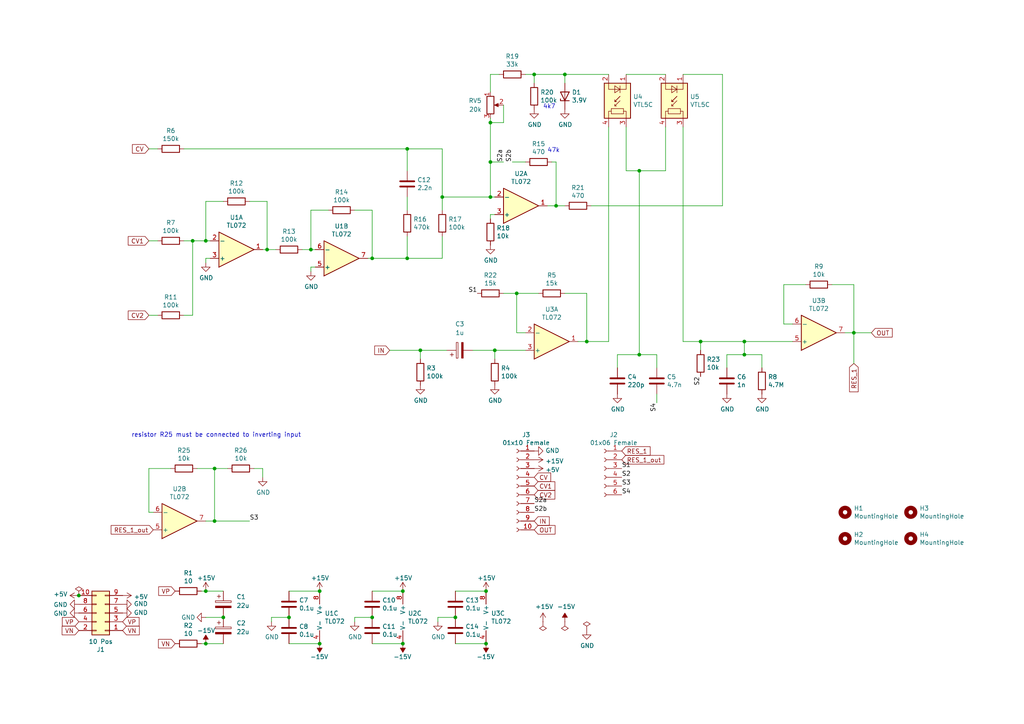
<source format=kicad_sch>
(kicad_sch (version 20230121) (generator eeschema)
  (paper "A4")
  (title_block (title "tiefpass") (date "2021-08-15") (rev "R01") (comment 1 "schema for main circuit") (comment 2 "LPG design by Don Buchla") (comment 4 "License CC BY 4.0 - Attribution 4.0 International"))
  (lib_symbols
    (symbol "Amplifier_Operational:TL072" (pin_names (offset 0.127))
      (property "Reference" "U" (at 0 5.08 0))
      (property "Value" "TL072" (at 0 -5.08 0))
      (symbol "TL072_1_1"
        (polyline (pts (xy -5.08 5.08) (xy 5.08 0) (xy -5.08 -5.08) (xy -5.08 5.08)) (stroke (width 0.254)) (fill (type background)))
        (pin output line (at 7.62 0 180) (length 2.54) (name "~") (number "1"))
        (pin input line (at -7.62 -2.54 0) (length 2.54) (name "-") (number "2"))
        (pin input line (at -7.62 2.54 0) (length 2.54) (name "+") (number "3"))
      )
      (symbol "TL072_2_1"
        (polyline (pts (xy -5.08 5.08) (xy 5.08 0) (xy -5.08 -5.08) (xy -5.08 5.08)) (stroke (width 0.254)) (fill (type background)))
        (pin input line (at -7.62 2.54 0) (length 2.54) (name "+") (number "5"))
        (pin input line (at -7.62 -2.54 0) (length 2.54) (name "-") (number "6"))
        (pin output line (at 7.62 0 180) (length 2.54) (name "~") (number "7"))
      )
      (symbol "TL072_3_1"
        (pin power_in line (at -2.54 -7.62 90) (length 3.81) (name "V-") (number "4"))
        (pin power_in line (at -2.54 7.62 270) (length 3.81) (name "V+") (number "8"))
      )
    )
    (symbol "Connector:Conn_01x06_Female" (pin_names (offset 1.016) hide)
      (property "Reference" "J" (at 0 7.62 0))
      (property "Value" "Conn_01x06_Female" (at 0 -10.16 0))
      (symbol "Conn_01x06_Female_1_1"
        (arc (start 0 -7.112) (mid -0.5058 -7.62) (end 0 -8.128) (stroke (width 0.1524)))
        (arc (start 0 -4.572) (mid -0.5058 -5.08) (end 0 -5.588) (stroke (width 0.1524)))
        (arc (start 0 -2.032) (mid -0.5058 -2.54) (end 0 -3.048) (stroke (width 0.1524)))
        (polyline (pts (xy -1.27 -7.62) (xy -0.508 -7.62)) (stroke (width 0.1524)))
        (polyline (pts (xy -1.27 -5.08) (xy -0.508 -5.08)) (stroke (width 0.1524)))
        (polyline (pts (xy -1.27 -2.54) (xy -0.508 -2.54)) (stroke (width 0.1524)))
        (polyline (pts (xy -1.27 0) (xy -0.508 0)) (stroke (width 0.1524)))
        (polyline (pts (xy -1.27 2.54) (xy -0.508 2.54)) (stroke (width 0.1524)))
        (polyline (pts (xy -1.27 5.08) (xy -0.508 5.08)) (stroke (width 0.1524)))
        (arc (start 0 0.508) (mid -0.5058 0) (end 0 -0.508) (stroke (width 0.1524)))
        (arc (start 0 3.048) (mid -0.5058 2.54) (end 0 2.032) (stroke (width 0.1524)))
        (arc (start 0 5.588) (mid -0.5058 5.08) (end 0 4.572) (stroke (width 0.1524)))
        (pin passive line (at -5.08 5.08 0) (length 3.81) (name "Pin_1") (number "1"))
        (pin passive line (at -5.08 2.54 0) (length 3.81) (name "Pin_2") (number "2"))
        (pin passive line (at -5.08 0 0) (length 3.81) (name "Pin_3") (number "3"))
        (pin passive line (at -5.08 -2.54 0) (length 3.81) (name "Pin_4") (number "4"))
        (pin passive line (at -5.08 -5.08 0) (length 3.81) (name "Pin_5") (number "5"))
        (pin passive line (at -5.08 -7.62 0) (length 3.81) (name "Pin_6") (number "6"))
      )
    )
    (symbol "Connector:Conn_01x10_Female" (pin_names (offset 1.016) hide)
      (property "Reference" "J" (at 0 12.7 0))
      (property "Value" "Conn_01x10_Female" (at 0 -15.24 0))
      (symbol "Conn_01x10_Female_1_1"
        (arc (start 0 -12.192) (mid -0.5058 -12.7) (end 0 -13.208) (stroke (width 0.1524)))
        (arc (start 0 -9.652) (mid -0.5058 -10.16) (end 0 -10.668) (stroke (width 0.1524)))
        (arc (start 0 -7.112) (mid -0.5058 -7.62) (end 0 -8.128) (stroke (width 0.1524)))
        (arc (start 0 -4.572) (mid -0.5058 -5.08) (end 0 -5.588) (stroke (width 0.1524)))
        (arc (start 0 -2.032) (mid -0.5058 -2.54) (end 0 -3.048) (stroke (width 0.1524)))
        (polyline (pts (xy -1.27 -12.7) (xy -0.508 -12.7)) (stroke (width 0.1524)))
        (polyline (pts (xy -1.27 -10.16) (xy -0.508 -10.16)) (stroke (width 0.1524)))
        (polyline (pts (xy -1.27 -7.62) (xy -0.508 -7.62)) (stroke (width 0.1524)))
        (polyline (pts (xy -1.27 -5.08) (xy -0.508 -5.08)) (stroke (width 0.1524)))
        (polyline (pts (xy -1.27 -2.54) (xy -0.508 -2.54)) (stroke (width 0.1524)))
        (polyline (pts (xy -1.27 0) (xy -0.508 0)) (stroke (width 0.1524)))
        (polyline (pts (xy -1.27 2.54) (xy -0.508 2.54)) (stroke (width 0.1524)))
        (polyline (pts (xy -1.27 5.08) (xy -0.508 5.08)) (stroke (width 0.1524)))
        (polyline (pts (xy -1.27 7.62) (xy -0.508 7.62)) (stroke (width 0.1524)))
        (polyline (pts (xy -1.27 10.16) (xy -0.508 10.16)) (stroke (width 0.1524)))
        (arc (start 0 0.508) (mid -0.5058 0) (end 0 -0.508) (stroke (width 0.1524)))
        (arc (start 0 3.048) (mid -0.5058 2.54) (end 0 2.032) (stroke (width 0.1524)))
        (arc (start 0 5.588) (mid -0.5058 5.08) (end 0 4.572) (stroke (width 0.1524)))
        (arc (start 0 8.128) (mid -0.5058 7.62) (end 0 7.112) (stroke (width 0.1524)))
        (arc (start 0 10.668) (mid -0.5058 10.16) (end 0 9.652) (stroke (width 0.1524)))
        (pin passive line (at -5.08 10.16 0) (length 3.81) (name "Pin_1") (number "1"))
        (pin passive line (at -5.08 -12.7 0) (length 3.81) (name "Pin_10") (number "10"))
        (pin passive line (at -5.08 7.62 0) (length 3.81) (name "Pin_2") (number "2"))
        (pin passive line (at -5.08 5.08 0) (length 3.81) (name "Pin_3") (number "3"))
        (pin passive line (at -5.08 2.54 0) (length 3.81) (name "Pin_4") (number "4"))
        (pin passive line (at -5.08 0 0) (length 3.81) (name "Pin_5") (number "5"))
        (pin passive line (at -5.08 -2.54 0) (length 3.81) (name "Pin_6") (number "6"))
        (pin passive line (at -5.08 -5.08 0) (length 3.81) (name "Pin_7") (number "7"))
        (pin passive line (at -5.08 -7.62 0) (length 3.81) (name "Pin_8") (number "8"))
        (pin passive line (at -5.08 -10.16 0) (length 3.81) (name "Pin_9") (number "9"))
      )
    )
    (symbol "Connector_Generic:Conn_02x05_Odd_Even" (pin_names (offset 1.016) hide)
      (property "Reference" "J" (at 1.27 7.62 0))
      (property "Value" "Conn_02x05_Odd_Even" (at 1.27 -7.62 0))
      (symbol "Conn_02x05_Odd_Even_1_1"
        (rectangle (start -1.27 -4.953) (end 0 -5.207) (stroke (width 0.1524)))
        (rectangle (start -1.27 -2.413) (end 0 -2.667) (stroke (width 0.1524)))
        (rectangle (start -1.27 0.127) (end 0 -0.127) (stroke (width 0.1524)))
        (rectangle (start -1.27 2.667) (end 0 2.413) (stroke (width 0.1524)))
        (rectangle (start -1.27 5.207) (end 0 4.953) (stroke (width 0.1524)))
        (rectangle (start -1.27 6.35) (end 3.81 -6.35) (stroke (width 0.254)) (fill (type background)))
        (rectangle (start 3.81 -4.953) (end 2.54 -5.207) (stroke (width 0.1524)))
        (rectangle (start 3.81 -2.413) (end 2.54 -2.667) (stroke (width 0.1524)))
        (rectangle (start 3.81 0.127) (end 2.54 -0.127) (stroke (width 0.1524)))
        (rectangle (start 3.81 2.667) (end 2.54 2.413) (stroke (width 0.1524)))
        (rectangle (start 3.81 5.207) (end 2.54 4.953) (stroke (width 0.1524)))
        (pin passive line (at -5.08 5.08 0) (length 3.81) (name "Pin_1") (number "1"))
        (pin passive line (at 7.62 -5.08 180) (length 3.81) (name "Pin_10") (number "10"))
        (pin passive line (at 7.62 5.08 180) (length 3.81) (name "Pin_2") (number "2"))
        (pin passive line (at -5.08 2.54 0) (length 3.81) (name "Pin_3") (number "3"))
        (pin passive line (at 7.62 2.54 180) (length 3.81) (name "Pin_4") (number "4"))
        (pin passive line (at -5.08 0 0) (length 3.81) (name "Pin_5") (number "5"))
        (pin passive line (at 7.62 0 180) (length 3.81) (name "Pin_6") (number "6"))
        (pin passive line (at -5.08 -2.54 0) (length 3.81) (name "Pin_7") (number "7"))
        (pin passive line (at 7.62 -2.54 180) (length 3.81) (name "Pin_8") (number "8"))
        (pin passive line (at -5.08 -5.08 0) (length 3.81) (name "Pin_9") (number "9"))
      )
    )
    (symbol "Device:C" (pin_numbers hide) (pin_names (offset 0.254))
      (property "Reference" "C" (at 0.635 2.54 0))
      (property "Value" "C" (at 0.635 -2.54 0))
      (symbol "C_0_1"
        (polyline (pts (xy -2.032 -0.762) (xy 2.032 -0.762)) (stroke (width 0.508)))
        (polyline (pts (xy -2.032 0.762) (xy 2.032 0.762)) (stroke (width 0.508)))
      )
      (symbol "C_1_1"
        (pin passive line (at 0 3.81 270) (length 2.794) (name "~") (number "1"))
        (pin passive line (at 0 -3.81 90) (length 2.794) (name "~") (number "2"))
      )
    )
    (symbol "Device:C_Polarized" (pin_numbers hide) (pin_names (offset 0.254))
      (property "Reference" "C" (at 0.635 2.54 0))
      (property "Value" "C_Polarized" (at 0.635 -2.54 0))
      (symbol "C_Polarized_0_1"
        (rectangle (start -2.286 0.508) (end 2.286 1.016))
        (polyline (pts (xy -1.778 2.286) (xy -0.762 2.286)))
        (polyline (pts (xy -1.27 2.794) (xy -1.27 1.778)))
        (rectangle (start 2.286 -0.508) (end -2.286 -1.016) (fill (type outline)))
      )
      (symbol "C_Polarized_1_1"
        (pin passive line (at 0 3.81 270) (length 2.794) (name "~") (number "1"))
        (pin passive line (at 0 -3.81 90) (length 2.794) (name "~") (number "2"))
      )
    )
    (symbol "Device:D_Zener" (pin_numbers hide) (pin_names (offset 1.016) hide)
      (property "Reference" "D" (at 0 2.54 0))
      (property "Value" "D_Zener" (at 0 -2.54 0))
      (symbol "D_Zener_0_1"
        (polyline (pts (xy 1.27 0) (xy -1.27 0)))
        (polyline (pts (xy -1.27 -1.27) (xy -1.27 1.27) (xy -0.762 1.27)) (stroke (width 0.254)))
        (polyline (pts (xy 1.27 -1.27) (xy 1.27 1.27) (xy -1.27 0) (xy 1.27 -1.27)) (stroke (width 0.254)))
      )
      (symbol "D_Zener_1_1"
        (pin passive line (at -3.81 0 0) (length 2.54) (name "K") (number "1"))
        (pin passive line (at 3.81 0 180) (length 2.54) (name "A") (number "2"))
      )
    )
    (symbol "Device:R" (pin_numbers hide) (pin_names (offset 0))
      (property "Reference" "R" (at 2.032 0 90))
      (property "Value" "R" (at 0 0 90))
      (symbol "R_0_1"
        (rectangle (start -1.016 -2.54) (end 1.016 2.54) (stroke (width 0.254)))
      )
      (symbol "R_1_1"
        (pin passive line (at 0 3.81 270) (length 1.27) (name "~") (number "1"))
        (pin passive line (at 0 -3.81 90) (length 1.27) (name "~") (number "2"))
      )
    )
    (symbol "Device:R_Potentiometer" (pin_names (offset 1.016) hide)
      (property "Reference" "RV" (at -4.445 0 90))
      (property "Value" "R_Potentiometer" (at -2.54 0 90))
      (symbol "R_Potentiometer_0_1"
        (polyline (pts (xy 2.54 0) (xy 1.524 0)))
        (polyline (pts (xy 1.143 0) (xy 2.286 0.508) (xy 2.286 -0.508) (xy 1.143 0)) (fill (type outline)))
        (rectangle (start 1.016 2.54) (end -1.016 -2.54) (stroke (width 0.254)))
      )
      (symbol "R_Potentiometer_1_1"
        (pin passive line (at 0 3.81 270) (length 1.27) (name "1") (number "1"))
        (pin passive line (at 3.81 0 180) (length 1.27) (name "2") (number "2"))
        (pin passive line (at 0 -3.81 90) (length 1.27) (name "3") (number "3"))
      )
    )
    (symbol "Isolator:VTL5C" (pin_names (offset 1.016) hide)
      (property "Reference" "U" (at 0 5.08 0))
      (property "Value" "VTL5C" (at 0 -5.08 0))
      (symbol "VTL5C_0_1"
        (rectangle (start -5.08 3.81) (end 5.08 -3.81) (stroke (width 0.254)) (fill (type background)))
        (polyline (pts (xy -4.318 0.762) (xy -2.286 0.762)))
        (polyline (pts (xy -1.27 0.762) (xy 0.254 -0.762)))
        (polyline (pts (xy -1.27 0.762) (xy 0.254 -0.762)))
        (polyline (pts (xy 0 0.762) (xy 1.524 -0.762)))
        (polyline (pts (xy 0.254 -0.254) (xy 0.254 -0.762) (xy -0.254 -0.762)))
        (polyline (pts (xy 0.254 -0.254) (xy 0.254 -0.762) (xy -0.254 -0.762)))
        (polyline (pts (xy 1.524 -0.254) (xy 1.524 -0.762) (xy 1.016 -0.762)))
        (polyline (pts (xy 3.048 -1.778) (xy 3.048 -2.54) (xy 5.08 -2.54)))
        (polyline (pts (xy 3.048 1.778) (xy 3.048 2.54) (xy 5.08 2.54)))
        (polyline (pts (xy -5.08 -2.54) (xy -3.302 -2.54) (xy -3.302 2.54) (xy -5.08 2.54)))
        (rectangle (start 2.286 1.778) (end 3.81 -1.778))
      )
      (symbol "VTL5C_1_1"
        (polyline (pts (xy -4.318 -0.762) (xy -3.302 0.762) (xy -2.286 -0.762) (xy -4.318 -0.762)))
        (pin passive line (at -7.62 2.54 0) (length 2.54) (name "-") (number "1"))
        (pin passive line (at -7.62 -2.54 0) (length 2.54) (name "+") (number "2"))
        (pin passive line (at 7.62 2.54 180) (length 2.54) (name "~") (number "3"))
        (pin passive line (at 7.62 -2.54 180) (length 2.54) (name "~") (number "4"))
      )
    )
    (symbol "Mechanical:MountingHole" (pin_names (offset 1.016))
      (property "Reference" "H" (at 0 5.08 0))
      (property "Value" "MountingHole" (at 0 3.175 0))
      (symbol "MountingHole_0_1"
        (circle (center 0 0) (radius 1.27) (stroke (width 1.27)))
      )
    )
    (symbol "power:+15V" (power) (pin_names (offset 0))
      (property "Value" "+15V" (at 0 3.556 0))
      (symbol "+15V_0_1"
        (polyline (pts (xy -0.762 1.27) (xy 0 2.54)))
        (polyline (pts (xy 0 0) (xy 0 2.54)))
        (polyline (pts (xy 0 2.54) (xy 0.762 1.27)))
      )
      (symbol "+15V_1_1"
        (pin power_in line (at 0 0 90) (length 0) hide (name "+15V") (number "1"))
      )
    )
    (symbol "power:+5V" (power) (pin_names (offset 0))
      (property "Value" "+5V" (at 0 3.556 0))
      (symbol "+5V_0_1"
        (polyline (pts (xy -0.762 1.27) (xy 0 2.54)))
        (polyline (pts (xy 0 0) (xy 0 2.54)))
        (polyline (pts (xy 0 2.54) (xy 0.762 1.27)))
      )
      (symbol "+5V_1_1"
        (pin power_in line (at 0 0 90) (length 0) hide (name "+5V") (number "1"))
      )
    )
    (symbol "power:-15V" (power) (pin_names (offset 0))
      (property "Value" "-15V" (at 0 3.81 0))
      (symbol "-15V_0_0"
        (pin power_in line (at 0 0 90) (length 0) hide (name "-15V") (number "1"))
      )
      (symbol "-15V_0_1"
        (polyline (pts (xy 0 0) (xy 0 1.27) (xy 0.762 1.27) (xy 0 2.54) (xy -0.762 1.27) (xy 0 1.27)) (fill (type outline)))
      )
    )
    (symbol "power:GND" (power) (pin_names (offset 0))
      (property "Value" "GND" (at 0 -3.81 0))
      (symbol "GND_0_1"
        (polyline (pts (xy 0 0) (xy 0 -1.27) (xy 1.27 -1.27) (xy 0 -2.54) (xy -1.27 -1.27) (xy 0 -1.27)))
      )
      (symbol "GND_1_1"
        (pin power_in line (at 0 0 270) (length 0) hide (name "GND") (number "1"))
      )
    )
    (symbol "power:PWR_FLAG" (power) (pin_numbers hide) (pin_names (offset 0) hide)
      (property "Value" "PWR_FLAG" (at 0 3.81 0))
      (symbol "PWR_FLAG_0_0"
        (pin power_out line (at 0 0 90) (length 0) (name "pwr") (number "1"))
      )
      (symbol "PWR_FLAG_0_1"
        (polyline (pts (xy 0 0) (xy 0 1.27) (xy -1.016 1.905) (xy 0 2.54) (xy 1.016 1.905) (xy 0 1.27)))
      )
    )
  )
  (junction (at 59.69 171.45))
  (junction (at 92.71 186.69))
  (junction (at 62.23 151.13))
  (junction (at 185.42 49.53))
  (junction (at 90.17 72.39))
  (junction (at 55.88 69.85))
  (junction (at 77.47 72.39))
  (junction (at 142.24 57.15))
  (junction (at 140.97 171.45))
  (junction (at 116.84 171.45))
  (junction (at 132.08 179.07))
  (junction (at 62.23 135.89))
  (junction (at 142.24 46.99))
  (junction (at 128.27 57.15))
  (junction (at 215.9 99.06))
  (junction (at 143.51 101.6))
  (junction (at 149.86 85.09))
  (junction (at 140.97 186.69))
  (junction (at 161.29 59.69))
  (junction (at 247.65 96.52))
  (junction (at 170.18 99.06))
  (junction (at 154.94 21.59))
  (junction (at 118.11 43.18))
  (junction (at 59.69 69.85))
  (junction (at 142.24 35.56))
  (junction (at 107.95 74.93))
  (junction (at 215.9 102.87))
  (junction (at 121.92 101.6))
  (junction (at 203.2 99.06))
  (junction (at 163.83 21.59))
  (junction (at 116.84 186.69))
  (junction (at 185.42 102.87))
  (junction (at 59.69 186.69))
  (junction (at 92.71 171.45))
  (junction (at 118.11 74.93))
  (junction (at 107.95 179.07))
  (junction (at 83.82 179.07))
  (junction (at 64.77 179.07))
  (junction (at 22.86 172.72))
  (wire (pts (xy 210.82 102.87) (xy 215.9 102.87)))
  (wire (pts (xy 179.07 102.87) (xy 185.42 102.87)))
  (wire (pts (xy 83.82 186.69) (xy 92.71 186.69)))
  (wire (pts (xy 107.95 74.93) (xy 106.68 74.93)))
  (wire (pts (xy 152.4 21.59) (xy 154.94 21.59)))
  (wire (pts (xy 59.69 186.69) (xy 64.77 186.69)))
  (wire (pts (xy 143.51 101.6) (xy 143.51 104.14)))
  (wire (pts (xy 142.24 21.59) (xy 144.78 21.59)))
  (wire (pts (xy 80.01 72.39) (xy 77.47 72.39)))
  (wire (pts (xy 107.95 74.93) (xy 118.11 74.93)))
  (wire (pts (xy 107.95 60.96) (xy 107.95 74.93)))
  (wire (pts (xy 53.34 43.18) (xy 118.11 43.18)))
  (wire (pts (xy 142.24 46.99) (xy 142.24 57.15)))
  (wire (pts (xy 142.24 34.29) (xy 142.24 35.56)))
  (wire (pts (xy 210.82 106.68) (xy 210.82 102.87)))
  (wire (pts (xy 55.88 91.44) (xy 53.34 91.44)))
  (wire (pts (xy 163.83 24.13) (xy 163.83 21.59)))
  (wire (pts (xy 181.61 21.59) (xy 193.04 21.59)))
  (wire (pts (xy 245.11 96.52) (xy 247.65 96.52)))
  (wire (pts (xy 78.74 179.07) (xy 78.74 180.34)))
  (wire (pts (xy 193.04 49.53) (xy 185.42 49.53)))
  (wire (pts (xy 209.55 21.59) (xy 198.12 21.59)))
  (wire (pts (xy 241.3 82.55) (xy 247.65 82.55)))
  (wire (pts (xy 132.08 179.07) (xy 127 179.07)))
  (wire (pts (xy 91.44 77.47) (xy 90.17 77.47)))
  (wire (pts (xy 128.27 74.93) (xy 118.11 74.93)))
  (wire (pts (xy 203.2 101.6) (xy 203.2 99.06)))
  (wire (pts (xy 59.69 151.13) (xy 62.23 151.13)))
  (wire (pts (xy 142.24 57.15) (xy 143.51 57.15)))
  (wire (pts (xy 170.18 99.06) (xy 176.53 99.06)))
  (wire (pts (xy 121.92 101.6) (xy 129.54 101.6)))
  (wire (pts (xy 190.5 102.87) (xy 190.5 106.68)))
  (wire (pts (xy 102.87 179.07) (xy 102.87 180.34)))
  (wire (pts (xy 247.65 96.52) (xy 247.65 105.41)))
  (wire (pts (xy 149.86 85.09) (xy 149.86 96.52)))
  (wire (pts (xy 247.65 96.52) (xy 252.73 96.52)))
  (wire (pts (xy 137.16 101.6) (xy 143.51 101.6)))
  (wire (pts (xy 64.77 179.07) (xy 59.69 179.07)))
  (wire (pts (xy 154.94 24.13) (xy 154.94 21.59)))
  (wire (pts (xy 152.4 101.6) (xy 143.51 101.6)))
  (wire (pts (xy 227.33 82.55) (xy 227.33 93.98)))
  (wire (pts (xy 146.05 30.48) (xy 146.05 35.56)))
  (wire (pts (xy 229.87 93.98) (xy 227.33 93.98)))
  (wire (pts (xy 128.27 68.58) (xy 128.27 74.93)))
  (wire (pts (xy 142.24 62.23) (xy 142.24 63.5)))
  (wire (pts (xy 55.88 69.85) (xy 59.69 69.85)))
  (wire (pts (xy 58.42 171.45) (xy 59.69 171.45)))
  (wire (pts (xy 107.95 179.07) (xy 102.87 179.07)))
  (wire (pts (xy 128.27 57.15) (xy 142.24 57.15)))
  (wire (pts (xy 59.69 69.85) (xy 60.96 69.85)))
  (wire (pts (xy 90.17 77.47) (xy 90.17 78.74)))
  (wire (pts (xy 77.47 58.42) (xy 77.47 72.39)))
  (wire (pts (xy 113.03 101.6) (xy 121.92 101.6)))
  (wire (pts (xy 163.83 21.59) (xy 176.53 21.59)))
  (wire (pts (xy 179.07 106.68) (xy 179.07 102.87)))
  (wire (pts (xy 146.05 35.56) (xy 142.24 35.56)))
  (wire (pts (xy 142.24 26.67) (xy 142.24 21.59)))
  (wire (pts (xy 102.87 60.96) (xy 107.95 60.96)))
  (wire (pts (xy 83.82 171.45) (xy 92.71 171.45)))
  (wire (pts (xy 158.75 59.69) (xy 161.29 59.69)))
  (wire (pts (xy 198.12 99.06) (xy 203.2 99.06)))
  (wire (pts (xy 43.18 148.59) (xy 44.45 148.59)))
  (wire (pts (xy 62.23 135.89) (xy 66.04 135.89)))
  (wire (pts (xy 185.42 49.53) (xy 181.61 49.53)))
  (wire (pts (xy 176.53 36.83) (xy 176.53 99.06)))
  (wire (pts (xy 76.2 138.43) (xy 76.2 135.89)))
  (wire (pts (xy 161.29 59.69) (xy 163.83 59.69)))
  (wire (pts (xy 143.51 62.23) (xy 142.24 62.23)))
  (wire (pts (xy 146.05 46.99) (xy 142.24 46.99)))
  (wire (pts (xy 62.23 135.89) (xy 62.23 151.13)))
  (wire (pts (xy 215.9 102.87) (xy 215.9 99.06)))
  (wire (pts (xy 43.18 43.18) (xy 45.72 43.18)))
  (wire (pts (xy 118.11 43.18) (xy 118.11 49.53)))
  (wire (pts (xy 215.9 102.87) (xy 220.98 102.87)))
  (wire (pts (xy 59.69 58.42) (xy 64.77 58.42)))
  (wire (pts (xy 60.96 74.93) (xy 59.69 74.93)))
  (wire (pts (xy 76.2 135.89) (xy 73.66 135.89)))
  (wire (pts (xy 149.86 96.52) (xy 152.4 96.52)))
  (wire (pts (xy 91.44 72.39) (xy 90.17 72.39)))
  (wire (pts (xy 154.94 21.59) (xy 163.83 21.59)))
  (wire (pts (xy 163.83 85.09) (xy 170.18 85.09)))
  (wire (pts (xy 132.08 171.45) (xy 140.97 171.45)))
  (wire (pts (xy 156.21 85.09) (xy 149.86 85.09)))
  (wire (pts (xy 43.18 69.85) (xy 45.72 69.85)))
  (wire (pts (xy 209.55 21.59) (xy 209.55 59.69)))
  (wire (pts (xy 118.11 43.18) (xy 128.27 43.18)))
  (wire (pts (xy 247.65 82.55) (xy 247.65 96.52)))
  (wire (pts (xy 215.9 99.06) (xy 229.87 99.06)))
  (wire (pts (xy 59.69 69.85) (xy 59.69 58.42)))
  (wire (pts (xy 127 179.07) (xy 127 180.34)))
  (wire (pts (xy 43.18 135.89) (xy 49.53 135.89)))
  (wire (pts (xy 90.17 60.96) (xy 90.17 72.39)))
  (wire (pts (xy 171.45 59.69) (xy 209.55 59.69)))
  (wire (pts (xy 233.68 82.55) (xy 227.33 82.55)))
  (wire (pts (xy 170.18 85.09) (xy 170.18 99.06)))
  (wire (pts (xy 198.12 36.83) (xy 198.12 99.06)))
  (wire (pts (xy 58.42 186.69) (xy 59.69 186.69)))
  (wire (pts (xy 53.34 69.85) (xy 55.88 69.85)))
  (wire (pts (xy 107.95 186.69) (xy 116.84 186.69)))
  (wire (pts (xy 142.24 35.56) (xy 142.24 46.99)))
  (wire (pts (xy 90.17 60.96) (xy 95.25 60.96)))
  (wire (pts (xy 118.11 68.58) (xy 118.11 74.93)))
  (wire (pts (xy 55.88 69.85) (xy 55.88 91.44)))
  (wire (pts (xy 62.23 151.13) (xy 72.39 151.13)))
  (wire (pts (xy 128.27 57.15) (xy 128.27 60.96)))
  (wire (pts (xy 185.42 49.53) (xy 185.42 102.87)))
  (wire (pts (xy 181.61 49.53) (xy 181.61 36.83)))
  (wire (pts (xy 83.82 179.07) (xy 78.74 179.07)))
  (wire (pts (xy 128.27 43.18) (xy 128.27 57.15)))
  (wire (pts (xy 59.69 171.45) (xy 64.77 171.45)))
  (wire (pts (xy 59.69 74.93) (xy 59.69 76.2)))
  (wire (pts (xy 72.39 58.42) (xy 77.47 58.42)))
  (wire (pts (xy 43.18 91.44) (xy 45.72 91.44)))
  (wire (pts (xy 146.05 85.09) (xy 149.86 85.09)))
  (wire (pts (xy 107.95 171.45) (xy 116.84 171.45)))
  (wire (pts (xy 118.11 57.15) (xy 118.11 60.96)))
  (wire (pts (xy 77.47 72.39) (xy 76.2 72.39)))
  (wire (pts (xy 160.02 46.99) (xy 161.29 46.99)))
  (wire (pts (xy 90.17 72.39) (xy 87.63 72.39)))
  (wire (pts (xy 161.29 46.99) (xy 161.29 59.69)))
  (wire (pts (xy 57.15 135.89) (xy 62.23 135.89)))
  (wire (pts (xy 190.5 116.84) (xy 190.5 114.3)))
  (wire (pts (xy 220.98 102.87) (xy 220.98 106.68)))
  (wire (pts (xy 170.18 99.06) (xy 167.64 99.06)))
  (wire (pts (xy 185.42 102.87) (xy 190.5 102.87)))
  (wire (pts (xy 121.92 104.14) (xy 121.92 101.6)))
  (wire (pts (xy 132.08 186.69) (xy 140.97 186.69)))
  (wire (pts (xy 148.59 46.99) (xy 152.4 46.99)))
  (wire (pts (xy 203.2 99.06) (xy 215.9 99.06)))
  (wire (pts (xy 43.18 135.89) (xy 43.18 148.59)))
  (wire (pts (xy 193.04 49.53) (xy 193.04 36.83)))
  (text "resistor R25 must be connected to inverting input" (at 38.1 127 0) (effects (font (size 1.27 1.27)) (justify left bottom)))
  (text "47k" (at 158.75 44.45 0) (effects (font (size 1.27 1.27)) (justify left bottom)))
  (text "4k7" (at 157.48 31.75 0) (effects (font (size 1.27 1.27)) (justify left bottom)))
  (label "S2b" (at 154.94 148.59 0))
  (label "S2a" (at 146.05 46.99 90))
  (label "S1" (at 180.34 135.89 0))
  (label "S4" (at 190.5 116.84 270))
  (label "S2" (at 203.2 109.22 270))
  (label "S2b" (at 148.59 46.99 90))
  (label "S2" (at 180.34 138.43 0))
  (label "S3" (at 180.34 140.97 0))
  (label "S1" (at 138.43 85.09 180))
  (label "S4" (at 180.34 143.51 0))
  (label "S2a" (at 154.94 146.05 0))
  (label "S3" (at 72.39 151.13 0))
  (global_label "RES_1" (shape input) (at 247.65 105.41 270) (property "Intersheetrefs" "${INTERSHEET_REFS}" (effects hide)))
  (global_label "VP" (shape input) (at 35.56 180.34 0) (property "Intersheetrefs" "${INTERSHEET_REFS}" (effects hide)))
  (global_label "VN" (shape input) (at 50.8 186.69 180) (property "Intersheetrefs" "${INTERSHEET_REFS}" (effects hide)))
  (global_label "RES_1_out" (shape input) (at 44.45 153.67 180) (property "Intersheetrefs" "${INTERSHEET_REFS}" (effects hide)))
  (global_label "VN" (shape input) (at 35.56 182.88 0) (property "Intersheetrefs" "${INTERSHEET_REFS}" (effects hide)))
  (global_label "CV2" (shape input) (at 154.94 143.51 0) (property "Intersheetrefs" "${INTERSHEET_REFS}" (effects hide)))
  (global_label "VN" (shape input) (at 22.86 182.88 180) (property "Intersheetrefs" "${INTERSHEET_REFS}" (effects hide)))
  (global_label "OUT" (shape input) (at 252.73 96.52 0) (property "Intersheetrefs" "${INTERSHEET_REFS}" (effects hide)))
  (global_label "CV" (shape input) (at 43.18 43.18 180) (property "Intersheetrefs" "${INTERSHEET_REFS}" (effects hide)))
  (global_label "VP" (shape input) (at 50.8 171.45 180) (property "Intersheetrefs" "${INTERSHEET_REFS}" (effects hide)))
  (global_label "VP" (shape input) (at 22.86 180.34 180) (property "Intersheetrefs" "${INTERSHEET_REFS}" (effects hide)))
  (global_label "CV1" (shape input) (at 154.94 140.97 0) (property "Intersheetrefs" "${INTERSHEET_REFS}" (effects hide)))
  (global_label "RES_1_out" (shape input) (at 180.34 133.35 0) (property "Intersheetrefs" "${INTERSHEET_REFS}" (effects hide)))
  (global_label "CV2" (shape input) (at 43.18 91.44 180) (property "Intersheetrefs" "${INTERSHEET_REFS}" (effects hide)))
  (global_label "CV" (shape input) (at 154.94 138.43 0) (property "Intersheetrefs" "${INTERSHEET_REFS}" (effects hide)))
  (global_label "OUT" (shape input) (at 154.94 153.67 0) (property "Intersheetrefs" "${INTERSHEET_REFS}" (effects hide)))
  (global_label "IN" (shape input) (at 113.03 101.6 180) (property "Intersheetrefs" "${INTERSHEET_REFS}" (effects hide)))
  (global_label "CV1" (shape input) (at 43.18 69.85 180) (property "Intersheetrefs" "${INTERSHEET_REFS}" (effects hide)))
  (global_label "RES_1" (shape input) (at 180.34 130.81 0) (property "Intersheetrefs" "${INTERSHEET_REFS}" (effects hide)))
  (global_label "IN" (shape input) (at 154.94 151.13 0) (property "Intersheetrefs" "${INTERSHEET_REFS}" (effects hide)))
  (symbol (lib_id "power:GND") (at 59.69 179.07 270) (unit 1)
    (property "Reference" "#PWR08" (effects hide))
    (property "Value" "GND" (at 54.61 179.07 90))
  )
  (symbol (lib_id "power:GND") (at 22.86 177.8 270) (unit 1)
    (property "Reference" "#PWR03" (effects hide))
    (property "Value" "GND" (at 19.6088 177.927 90) (effects (justify right)))
  )
  (symbol (lib_id "power:GND") (at 22.86 175.26 270) (unit 1)
    (property "Reference" "#PWR02" (effects hide))
    (property "Value" "GND" (at 19.6088 175.387 90) (effects (justify right)))
  )
  (symbol (lib_id "power:PWR_FLAG") (at 157.48 180.34 180) (unit 1)
    (property "Reference" "#FLG02" (effects hide))
    (property "Value" "PWR_FLAG" (effects hide))
  )
  (symbol (lib_id "power:PWR_FLAG") (at 163.83 180.34 180) (unit 1)
    (property "Reference" "#FLG03" (effects hide))
    (property "Value" "PWR_FLAG" (effects hide))
  )
  (symbol (lib_id "power:+15V") (at 157.48 180.34 0) (unit 1)
    (property "Reference" "#PWR010" (effects hide))
    (property "Value" "+15V" (at 157.861 175.9458 0))
  )
  (symbol (lib_id "power:-15V") (at 163.83 180.34 0) (unit 1)
    (property "Reference" "#PWR011" (effects hide))
    (property "Value" "-15V" (at 164.211 175.9458 0))
  )
  (symbol (lib_id "power:GND") (at 170.18 182.88 0) (unit 1)
    (property "Reference" "#PWR012" (effects hide))
    (property "Value" "GND" (at 170.307 187.2742 0))
  )
  (symbol (lib_id "Device:R") (at 54.61 171.45 270) (unit 1)
    (property "Reference" "R1" (at 54.61 166.1922 90))
    (property "Value" "10" (at 54.61 168.5036 90))
    (property "Footprint" "Resistor_THT:R_Axial_DIN0204_L3.6mm_D1.6mm_P5.08mm_Horizontal" (effects hide))
    (property "Description" "Metal Film Resistors - Through Hole (L=3.6 mm, D=1.6 mm, 1%)" (effects hide))
  )
  (symbol (lib_id "power:+15V") (at 59.69 171.45 0) (unit 1)
    (property "Reference" "#PWR07" (effects hide))
    (property "Value" "+15V" (at 57.15 167.64 0) (effects (justify left)))
  )
  (symbol (lib_id "power:-15V") (at 59.69 186.69 0) (unit 1)
    (property "Reference" "#PWR09" (effects hide))
    (property "Value" "-15V" (at 57.15 182.88 0) (effects (justify left)))
  )
  (symbol (lib_id "power:GND") (at 35.56 177.8 90) (unit 1)
    (property "Reference" "#PWR06" (effects hide))
    (property "Value" "GND" (at 38.8112 177.673 90) (effects (justify right)))
  )
  (symbol (lib_id "Device:R") (at 54.61 186.69 270) (unit 1)
    (property "Reference" "R2" (at 54.61 181.4322 90))
    (property "Value" "10" (at 54.61 183.7436 90))
    (property "Footprint" "Resistor_THT:R_Axial_DIN0204_L3.6mm_D1.6mm_P5.08mm_Horizontal" (effects hide))
    (property "Description" "Metal Film Resistors - Through Hole (L=3.6 mm, D=1.6 mm, 1%)" (effects hide))
  )
  (symbol (lib_id "Connector_Generic:Conn_02x05_Odd_Even") (at 30.48 177.8 180) (unit 1)
    (property "Reference" "J1" (at 29.21 188.3918 0))
    (property "Value" "10 Pos" (at 29.21 186.0804 0))
    (property "Footprint" "Connector_IDC:IDC-Header_2x05_P2.54mm_Vertical" (effects hide))
    (property "Description" "Pin Header IDC (2.54mm)" (effects hide))
  )
  (symbol (lib_id "power:GND") (at 35.56 175.26 90) (unit 1)
    (property "Reference" "#PWR05" (effects hide))
    (property "Value" "GND" (at 38.8112 175.133 90) (effects (justify right)))
  )
  (symbol (lib_id "power:+5V") (at 35.56 172.72 270) (unit 1)
    (property "Reference" "#PWR04" (effects hide))
    (property "Value" "+5V" (at 38.8112 173.101 90) (effects (justify left)))
  )
  (symbol (lib_id "power:+5V") (at 22.86 172.72 90) (unit 1)
    (property "Reference" "#PWR01" (effects hide))
    (property "Value" "+5V" (at 19.6088 172.339 90) (effects (justify left)))
  )
  (symbol (lib_id "power:PWR_FLAG") (at 22.86 172.72 0) (unit 1)
    (property "Reference" "#FLG01" (effects hide))
    (property "Value" "PWR_FLAG" (effects hide))
  )
  (symbol (lib_id "Mechanical:MountingHole") (at 245.11 148.59 0) (unit 1)
    (property "Reference" "H1" (at 247.65 147.4216 0) (effects (justify left)))
    (property "Value" "MountingHole" (at 247.65 149.733 0) (effects (justify left)))
    (property "Footprint" "MountingHole:MountingHole_2.2mm_M2" (effects hide))
  )
  (symbol (lib_id "Mechanical:MountingHole") (at 245.11 156.21 0) (unit 1)
    (property "Reference" "H2" (at 247.65 155.0416 0) (effects (justify left)))
    (property "Value" "MountingHole" (at 247.65 157.353 0) (effects (justify left)))
    (property "Footprint" "MountingHole:MountingHole_2.2mm_M2" (effects hide))
  )
  (symbol (lib_id "Mechanical:MountingHole") (at 264.16 156.21 0) (unit 1)
    (property "Reference" "H4" (at 266.7 155.0416 0) (effects (justify left)))
    (property "Value" "MountingHole" (at 266.7 157.353 0) (effects (justify left)))
    (property "Footprint" "MountingHole:MountingHole_2.2mm_M2" (effects hide))
  )
  (symbol (lib_id "Device:R") (at 121.92 107.95 0) (unit 1)
    (property "Reference" "R3" (at 123.698 106.7816 0) (effects (justify left)))
    (property "Value" "100k" (at 123.698 109.093 0) (effects (justify left)))
    (property "Footprint" "Resistor_THT:R_Axial_DIN0204_L3.6mm_D1.6mm_P5.08mm_Horizontal" (effects hide))
    (property "Description" "Metal Film Resistors - Through Hole (L=3.6 mm, D=1.6 mm, 1%)" (effects hide))
  )
  (symbol (lib_id "Device:R") (at 143.51 107.95 0) (unit 1)
    (property "Reference" "R4" (at 145.288 106.7816 0) (effects (justify left)))
    (property "Value" "100k" (at 145.288 109.093 0) (effects (justify left)))
    (property "Footprint" "Resistor_THT:R_Axial_DIN0204_L3.6mm_D1.6mm_P5.08mm_Horizontal" (effects hide))
    (property "Description" "Metal Film Resistors - Through Hole (L=3.6 mm, D=1.6 mm, 1%)" (effects hide))
  )
  (symbol (lib_id "power:GND") (at 121.92 111.76 0) (unit 1)
    (property "Reference" "#PWR013" (effects hide))
    (property "Value" "GND" (at 122.047 116.1542 0))
  )
  (symbol (lib_id "power:GND") (at 143.51 111.76 0) (unit 1)
    (property "Reference" "#PWR014" (effects hide))
    (property "Value" "GND" (at 143.637 116.1542 0))
  )
  (symbol (lib_id "Device:R") (at 160.02 85.09 270) (unit 1)
    (property "Reference" "R5" (at 160.02 79.8322 90))
    (property "Value" "15k" (at 160.02 82.1436 90))
    (property "Footprint" "Resistor_THT:R_Axial_DIN0204_L3.6mm_D1.6mm_P5.08mm_Horizontal" (effects hide))
    (property "Description" "Metal Film Resistors - Through Hole (L=3.6 mm, D=1.6 mm, 1%)" (effects hide))
  )
  (symbol (lib_id "Device:C") (at 179.07 110.49 0) (unit 1)
    (property "Reference" "C4" (at 181.991 109.3216 0) (effects (justify left)))
    (property "Value" "220p" (at 181.991 111.633 0) (effects (justify left)))
    (property "Footprint" "Capacitor_THT:C_Rect_L7.2mm_W4.5mm_P5.00mm_FKS2_FKP2_MKS2_MKP2" (effects hide))
    (property "Datasheet" "https://www.mouser.ch/datasheet/2/440/e_WIMA_FKP_2-1139852.pdf" (effects hide))
    (property "Description" "Film Capacitors Polypropylene (L=7.2 mm W=4.5 mm, P=5 mm )" (effects hide))
  )
  (symbol (lib_id "Device:C") (at 190.5 110.49 0) (unit 1)
    (property "Reference" "C5" (at 193.421 109.3216 0) (effects (justify left)))
    (property "Value" "4.7n" (at 193.421 111.633 0) (effects (justify left)))
    (property "Footprint" "Capacitor_THT:C_Rect_L7.2mm_W5.5mm_P5.00mm_FKS2_FKP2_MKS2_MKP2" (effects hide))
    (property "Datasheet" "https://www.mouser.ch/datasheet/2/440/e_WIMA_FKP_2-1139852.pdf" (effects hide))
    (property "Description" "Film Capacitors Polypropylene (L=7.2 mm W=5.5 mm, P=5 mm )" (effects hide))
  )
  (symbol (lib_id "power:GND") (at 179.07 114.3 0) (unit 1)
    (property "Reference" "#PWR015" (effects hide))
    (property "Value" "GND" (at 179.197 118.6942 0))
  )
  (symbol (lib_id "Device:C") (at 210.82 110.49 0) (unit 1)
    (property "Reference" "C6" (at 213.741 109.3216 0) (effects (justify left)))
    (property "Value" "1n" (at 213.741 111.633 0) (effects (justify left)))
    (property "Footprint" "Capacitor_THT:C_Rect_L7.2mm_W4.5mm_P5.00mm_FKS2_FKP2_MKS2_MKP2" (effects hide))
    (property "Datasheet" "https://www.mouser.ch/datasheet/2/440/e_WIMA_FKP_2-1139852.pdf" (effects hide))
    (property "Description" "Film Capacitors Polypropylene (L=7.2 mm W=4.5 mm, P=5 mm )" (effects hide))
  )
  (symbol (lib_id "Device:R") (at 220.98 110.49 0) (unit 1)
    (property "Reference" "R8" (at 222.758 109.3216 0) (effects (justify left)))
    (property "Value" "4.7M" (at 222.758 111.633 0) (effects (justify left)))
    (property "Footprint" "Resistor_THT:R_Axial_DIN0204_L3.6mm_D1.6mm_P5.08mm_Horizontal" (effects hide))
    (property "Description" "Metal Film Resistors - Through Hole (L=3.6 mm, D=1.6 mm, 1%)" (effects hide))
  )
  (symbol (lib_id "power:GND") (at 220.98 114.3 0) (unit 1)
    (property "Reference" "#PWR017" (effects hide))
    (property "Value" "GND" (at 221.107 118.6942 0))
  )
  (symbol (lib_id "power:GND") (at 210.82 114.3 0) (unit 1)
    (property "Reference" "#PWR016" (effects hide))
    (property "Value" "GND" (at 210.947 118.6942 0))
  )
  (symbol (lib_id "Device:R") (at 237.49 82.55 270) (unit 1)
    (property "Reference" "R9" (at 237.49 77.2922 90))
    (property "Value" "10k" (at 237.49 79.6036 90))
    (property "Footprint" "Resistor_THT:R_Axial_DIN0204_L3.6mm_D1.6mm_P5.08mm_Horizontal" (effects hide))
    (property "Description" "Metal Film Resistors - Through Hole (L=3.6 mm, D=1.6 mm, 1%)" (effects hide))
  )
  (symbol (lib_id "Amplifier_Operational:TL072") (at 68.58 72.39 0) (mirror x) (unit 1)
    (property "Reference" "U1" (at 68.58 63.0682 0))
    (property "Value" "TL072" (at 68.58 65.3796 0))
    (property "Footprint" "Package_DIP:DIP-8_W7.62mm_Socket" (effects hide))
    (property "Datasheet" "http://www.ti.com/lit/ds/symlink/tl071.pdf" (effects hide))
  )
  (symbol (lib_id "Amplifier_Operational:TL072") (at 99.06 74.93 0) (mirror x) (unit 2)
    (property "Reference" "U1" (at 99.06 65.6082 0))
    (property "Value" "TL072" (at 99.06 67.9196 0))
    (property "Footprint" "Package_DIP:DIP-8_W7.62mm_Socket" (effects hide))
    (property "Datasheet" "http://www.ti.com/lit/ds/symlink/tl071.pdf" (effects hide))
  )
  (symbol (lib_id "Amplifier_Operational:TL072") (at 95.25 179.07 0) (unit 3)
    (property "Reference" "U1" (at 94.1832 177.9016 0) (effects (justify left)))
    (property "Value" "TL072" (at 94.1832 180.213 0) (effects (justify left)))
    (property "Footprint" "Package_DIP:DIP-8_W7.62mm_Socket" (effects hide))
    (property "Datasheet" "http://www.ti.com/lit/ds/symlink/tl071.pdf" (effects hide))
  )
  (symbol (lib_id "Device:R") (at 49.53 69.85 270) (unit 1)
    (property "Reference" "R7" (at 49.53 64.5922 90))
    (property "Value" "100k" (at 49.53 66.9036 90))
    (property "Footprint" "Resistor_THT:R_Axial_DIN0204_L3.6mm_D1.6mm_P5.08mm_Horizontal" (effects hide))
    (property "Description" "Metal Film Resistors - Through Hole (L=3.6 mm, D=1.6 mm, 1%)" (effects hide))
  )
  (symbol (lib_id "Device:R") (at 49.53 91.44 270) (unit 1)
    (property "Reference" "R11" (at 49.53 86.1822 90))
    (property "Value" "100k" (at 49.53 88.4936 90))
    (property "Footprint" "Resistor_THT:R_Axial_DIN0204_L3.6mm_D1.6mm_P5.08mm_Horizontal" (effects hide))
    (property "Description" "Metal Film Resistors - Through Hole (L=3.6 mm, D=1.6 mm, 1%)" (effects hide))
  )
  (symbol (lib_id "power:GND") (at 59.69 76.2 0) (unit 1)
    (property "Reference" "#PWR0105" (effects hide))
    (property "Value" "GND" (at 59.817 80.5942 0))
  )
  (symbol (lib_id "power:GND") (at 90.17 78.74 0) (unit 1)
    (property "Reference" "#PWR0106" (effects hide))
    (property "Value" "GND" (at 90.297 83.1342 0))
  )
  (symbol (lib_id "Device:R") (at 68.58 58.42 270) (unit 1)
    (property "Reference" "R12" (at 68.58 53.1622 90))
    (property "Value" "100k" (at 68.58 55.4736 90))
    (property "Footprint" "Resistor_THT:R_Axial_DIN0204_L3.6mm_D1.6mm_P5.08mm_Horizontal" (effects hide))
    (property "Description" "Metal Film Resistors - Through Hole (L=3.6 mm, D=1.6 mm, 1%)" (effects hide))
  )
  (symbol (lib_id "power:GND") (at 154.94 130.81 90) (unit 1)
    (property "Reference" "#PWR0101" (effects hide))
    (property "Value" "GND" (at 158.1912 130.683 90) (effects (justify right)))
  )
  (symbol (lib_id "Device:R") (at 99.06 60.96 270) (unit 1)
    (property "Reference" "R14" (at 99.06 55.7022 90))
    (property "Value" "100k" (at 99.06 58.0136 90))
    (property "Footprint" "Resistor_THT:R_Axial_DIN0204_L3.6mm_D1.6mm_P5.08mm_Horizontal" (effects hide))
    (property "Description" "Metal Film Resistors - Through Hole (L=3.6 mm, D=1.6 mm, 1%)" (effects hide))
  )
  (symbol (lib_id "Device:R") (at 83.82 72.39 270) (unit 1)
    (property "Reference" "R13" (at 83.82 67.1322 90))
    (property "Value" "100k" (at 83.82 69.4436 90))
    (property "Footprint" "Resistor_THT:R_Axial_DIN0204_L3.6mm_D1.6mm_P5.08mm_Horizontal" (effects hide))
    (property "Description" "Metal Film Resistors - Through Hole (L=3.6 mm, D=1.6 mm, 1%)" (effects hide))
  )
  (symbol (lib_id "Device:R") (at 118.11 64.77 0) (unit 1)
    (property "Reference" "R16" (at 119.888 63.6016 0) (effects (justify left)))
    (property "Value" "470k" (at 119.888 65.913 0) (effects (justify left)))
    (property "Footprint" "Resistor_THT:R_Axial_DIN0204_L3.6mm_D1.6mm_P5.08mm_Horizontal" (effects hide))
    (property "Description" "Metal Film Resistors - Through Hole (L=3.6 mm, D=1.6 mm, 1%)" (effects hide))
  )
  (symbol (lib_id "Amplifier_Operational:TL072") (at 52.07 151.13 0) (mirror x) (unit 2)
    (property "Reference" "U2" (at 52.07 141.8082 0))
    (property "Value" "TL072" (at 52.07 144.1196 0))
    (property "Footprint" "Package_DIP:DIP-8_W7.62mm_Socket" (effects hide))
    (property "Datasheet" "http://www.ti.com/lit/ds/symlink/tl071.pdf" (effects hide))
  )
  (symbol (lib_id "Device:C") (at 118.11 53.34 0) (unit 1)
    (property "Reference" "C12" (at 121.031 52.1716 0) (effects (justify left)))
    (property "Value" "2.2n" (at 121.031 54.483 0) (effects (justify left)))
    (property "Footprint" "Capacitor_THT:C_Rect_L7.2mm_W4.5mm_P5.00mm_FKS2_FKP2_MKS2_MKP2" (effects hide))
    (property "Datasheet" "https://www.mouser.ch/datasheet/2/440/e_WIMA_FKP_2-1139852.pdf" (effects hide))
    (property "Description" "Film Capacitors Polypropylene (L=7.2 mm W=4.5 mm, P=5 mm )" (effects hide))
  )
  (symbol (lib_id "Device:R") (at 49.53 43.18 270) (unit 1)
    (property "Reference" "R6" (at 49.53 37.9222 90))
    (property "Value" "150k" (at 49.53 40.2336 90))
    (property "Footprint" "Resistor_THT:R_Axial_DIN0204_L3.6mm_D1.6mm_P5.08mm_Horizontal" (effects hide))
    (property "Description" "Metal Film Resistors - Through Hole (L=3.6 mm, D=1.6 mm, 1%)" (effects hide))
  )
  (symbol (lib_id "power:PWR_FLAG") (at 170.18 182.88 0) (unit 1)
    (property "Reference" "#FLG04" (effects hide))
    (property "Value" "PWR_FLAG" (effects hide))
  )
  (symbol (lib_id "Mechanical:MountingHole") (at 264.16 148.59 0) (unit 1)
    (property "Reference" "H3" (at 266.7 147.4216 0) (effects (justify left)))
    (property "Value" "MountingHole" (at 266.7 149.733 0) (effects (justify left)))
    (property "Footprint" "MountingHole:MountingHole_2.2mm_M2" (effects hide))
  )
  (symbol (lib_id "power:+15V") (at 154.94 133.35 270) (unit 1)
    (property "Reference" "#PWR0103" (effects hide))
    (property "Value" "+15V" (at 158.1912 133.731 90) (effects (justify left)))
  )
  (symbol (lib_id "power:+5V") (at 154.94 135.89 270) (unit 1)
    (property "Reference" "#PWR0104" (effects hide))
    (property "Value" "+5V" (at 158.1912 136.271 90) (effects (justify left)))
  )
  (symbol (lib_id "Device:R") (at 128.27 64.77 0) (unit 1)
    (property "Reference" "R17" (at 130.048 63.6016 0) (effects (justify left)))
    (property "Value" "100k" (at 130.048 65.913 0) (effects (justify left)))
    (property "Footprint" "Resistor_THT:R_Axial_DIN0204_L3.6mm_D1.6mm_P5.08mm_Horizontal" (effects hide))
    (property "Description" "Metal Film Resistors - Through Hole (L=3.6 mm, D=1.6 mm, 1%)" (effects hide))
  )
  (symbol (lib_id "Amplifier_Operational:TL072") (at 151.13 59.69 0) (mirror x) (unit 1)
    (property "Reference" "U2" (at 151.13 50.3682 0))
    (property "Value" "TL072" (at 151.13 52.6796 0))
    (property "Footprint" "Package_DIP:DIP-8_W7.62mm_Socket" (effects hide))
    (property "Datasheet" "http://www.ti.com/lit/ds/symlink/tl071.pdf" (effects hide))
  )
  (symbol (lib_id "power:GND") (at 142.24 71.12 0) (unit 1)
    (property "Reference" "#PWR0107" (effects hide))
    (property "Value" "GND" (at 142.367 75.5142 0))
  )
  (symbol (lib_id "Device:R") (at 148.59 21.59 270) (unit 1)
    (property "Reference" "R19" (at 148.59 16.3322 90))
    (property "Value" "33k" (at 148.59 18.6436 90))
    (property "Footprint" "Resistor_THT:R_Axial_DIN0204_L3.6mm_D1.6mm_P5.08mm_Horizontal" (effects hide))
    (property "Description" "Metal Film Resistors - Through Hole (L=3.6 mm, D=1.6 mm, 1%)" (effects hide))
  )
  (symbol (lib_id "Device:R") (at 154.94 27.94 180) (unit 1)
    (property "Reference" "R20" (at 156.718 26.7716 0) (effects (justify right)))
    (property "Value" "100k" (at 156.718 29.083 0) (effects (justify right)))
    (property "Footprint" "Resistor_THT:R_Axial_DIN0204_L3.6mm_D1.6mm_P5.08mm_Horizontal" (effects hide))
    (property "Description" "Metal Film Resistors - Through Hole (L=3.6 mm, D=1.6 mm, 1%)" (effects hide))
  )
  (symbol (lib_id "power:GND") (at 154.94 31.75 0) (unit 1)
    (property "Reference" "#PWR0108" (effects hide))
    (property "Value" "GND" (at 155.067 36.1442 0))
  )
  (symbol (lib_id "Device:D_Zener") (at 163.83 27.94 90) (unit 1)
    (property "Reference" "D1" (at 165.862 26.7716 90) (effects (justify right)))
    (property "Value" "3.9V" (at 165.862 29.083 90) (effects (justify right)))
    (property "Footprint" "Diode_THT:D_DO-35_SOD27_P7.62mm_Horizontal" (effects hide))
  )
  (symbol (lib_id "power:GND") (at 163.83 31.75 0) (unit 1)
    (property "Reference" "#PWR0109" (effects hide))
    (property "Value" "GND" (at 163.957 36.1442 0))
  )
  (symbol (lib_id "Isolator:VTL5C") (at 179.07 29.21 270) (unit 1)
    (property "Reference" "U4" (at 183.642 28.0416 90) (effects (justify left)))
    (property "Value" "VTL5C" (at 183.642 30.353 90) (effects (justify left)))
    (property "Footprint" "OptoDevice:PerkinElmer_VTL5C" (effects hide))
    (property "Datasheet" "http://www.qsl.net/wa1ion/vactrol/vactrol.pdf" (effects hide))
  )
  (symbol (lib_id "Isolator:VTL5C") (at 195.58 29.21 270) (unit 1)
    (property "Reference" "U5" (at 200.152 28.0416 90) (effects (justify left)))
    (property "Value" "VTL5C" (at 200.152 30.353 90) (effects (justify left)))
    (property "Footprint" "OptoDevice:PerkinElmer_VTL5C" (effects hide))
    (property "Datasheet" "http://www.qsl.net/wa1ion/vactrol/vactrol.pdf" (effects hide))
  )
  (symbol (lib_id "Device:R") (at 167.64 59.69 270) (unit 1)
    (property "Reference" "R21" (at 167.64 54.4322 90))
    (property "Value" "470" (at 167.64 56.7436 90))
    (property "Footprint" "Resistor_THT:R_Axial_DIN0204_L3.6mm_D1.6mm_P5.08mm_Horizontal" (effects hide))
    (property "Description" "Metal Film Resistors - Through Hole (L=3.6 mm, D=1.6 mm, 1%)" (effects hide))
  )
  (symbol (lib_id "Device:R") (at 53.34 135.89 270) (unit 1)
    (property "Reference" "R25" (at 53.34 130.6322 90))
    (property "Value" "10k" (at 53.34 132.9436 90))
    (property "Footprint" "Resistor_THT:R_Axial_DIN0204_L3.6mm_D1.6mm_P5.08mm_Horizontal" (effects hide))
    (property "Description" "Metal Film Resistors - Through Hole (L=3.6 mm, D=1.6 mm, 1%)" (effects hide))
  )
  (symbol (lib_id "Device:R") (at 69.85 135.89 270) (unit 1)
    (property "Reference" "R26" (at 69.85 130.6322 90))
    (property "Value" "10k" (at 69.85 132.9436 90))
    (property "Footprint" "Resistor_THT:R_Axial_DIN0204_L3.6mm_D1.6mm_P5.08mm_Horizontal" (effects hide))
    (property "Description" "Metal Film Resistors - Through Hole (L=3.6 mm, D=1.6 mm, 1%)" (effects hide))
  )
  (symbol (lib_id "power:GND") (at 76.2 138.43 0) (unit 1)
    (property "Reference" "#PWR0102" (effects hide))
    (property "Value" "GND" (at 76.327 142.8242 0))
  )
  (symbol (lib_id "Device:R") (at 142.24 85.09 270) (unit 1)
    (property "Reference" "R22" (at 142.24 79.8322 90))
    (property "Value" "15k" (at 142.24 82.1436 90))
    (property "Footprint" "Resistor_THT:R_Axial_DIN0204_L3.6mm_D1.6mm_P5.08mm_Horizontal" (effects hide))
    (property "Description" "Metal Film Resistors - Through Hole (L=3.6 mm, D=1.6 mm, 1%)" (effects hide))
  )
  (symbol (lib_id "Device:R") (at 156.21 46.99 270) (unit 1)
    (property "Reference" "R15" (at 156.21 41.7322 90))
    (property "Value" "470" (at 156.21 44.0436 90))
    (property "Footprint" "Resistor_THT:R_Axial_DIN0204_L3.6mm_D1.6mm_P5.08mm_Horizontal" (effects hide))
    (property "Description" "Metal Film Resistors - Through Hole (L=3.6 mm, D=1.6 mm, 1%)" (effects hide))
  )
  (symbol (lib_id "Device:R") (at 203.2 105.41 0) (unit 1)
    (property "Reference" "R23" (at 204.978 104.2416 0) (effects (justify left)))
    (property "Value" "10k" (at 204.978 106.553 0) (effects (justify left)))
    (property "Footprint" "Resistor_THT:R_Axial_DIN0204_L3.6mm_D1.6mm_P5.08mm_Horizontal" (effects hide))
    (property "Description" "Metal Film Resistors - Through Hole (L=3.6 mm, D=1.6 mm, 1%)" (effects hide))
  )
  (symbol (lib_id "Connector:Conn_01x06_Female") (at 175.26 135.89 0) (mirror y) (unit 1)
    (property "Reference" "J2" (at 178.0032 126.111 0))
    (property "Value" "01x06 Female" (at 178.0032 128.4224 0))
    (property "Footprint" "Connector_PinSocket_2.54mm:PinSocket_1x06_P2.54mm_Vertical" (effects hide))
    (property "Description" "Board to Board Connectors (2.54 mm)" (effects hide))
  )
  (symbol (lib_id "Amplifier_Operational:TL072") (at 160.02 99.06 0) (mirror x) (unit 1)
    (property "Reference" "U3" (at 160.02 89.7382 0))
    (property "Value" "TL072" (at 160.02 92.0496 0))
    (property "Footprint" "Package_DIP:DIP-8_W7.62mm_Socket" (effects hide))
    (property "Datasheet" "http://www.ti.com/lit/ds/symlink/tl071.pdf" (effects hide))
  )
  (symbol (lib_id "Amplifier_Operational:TL072") (at 237.49 96.52 0) (mirror x) (unit 2)
    (property "Reference" "U3" (at 237.49 87.1982 0))
    (property "Value" "TL072" (at 237.49 89.5096 0))
    (property "Footprint" "Package_DIP:DIP-8_W7.62mm_Socket" (effects hide))
    (property "Datasheet" "http://www.ti.com/lit/ds/symlink/tl071.pdf" (effects hide))
  )
  (symbol (lib_id "Device:R") (at 142.24 67.31 0) (unit 1)
    (property "Reference" "R18" (at 144.018 66.1416 0) (effects (justify left)))
    (property "Value" "10k" (at 144.018 68.453 0) (effects (justify left)))
    (property "Footprint" "Resistor_THT:R_Axial_DIN0204_L3.6mm_D1.6mm_P5.08mm_Horizontal" (effects hide))
    (property "Description" "Metal Film Resistors - Through Hole (L=3.6 mm, D=1.6 mm, 1%)" (effects hide))
  )
  (symbol (lib_id "Device:C") (at 83.82 175.26 0) (unit 1)
    (property "Reference" "C7" (at 86.741 174.0916 0) (effects (justify left)))
    (property "Value" "0.1u" (at 86.741 176.403 0) (effects (justify left)))
    (property "Footprint" "Capacitor_THT:C_Disc_D3.4mm_W2.1mm_P2.50mm" (effects hide))
    (property "Description" "Multilayer Ceramic Capacitors MLCC (50V, L=4 mm, W=2.5 mm, LS=2.5 mm)" (effects hide))
  )
  (symbol (lib_id "Device:C") (at 83.82 182.88 0) (unit 1)
    (property "Reference" "C8" (at 86.741 181.7116 0) (effects (justify left)))
    (property "Value" "0.1u" (at 86.741 184.023 0) (effects (justify left)))
    (property "Footprint" "Capacitor_THT:C_Disc_D3.4mm_W2.1mm_P2.50mm" (effects hide))
    (property "Description" "Multilayer Ceramic Capacitors MLCC (50V, L=4 mm, W=2.5 mm, LS=2.5 mm)" (effects hide))
  )
  (symbol (lib_id "power:+15V") (at 92.71 171.45 0) (unit 1)
    (property "Reference" "#PWR0111" (effects hide))
    (property "Value" "+15V" (at 90.17 167.64 0) (effects (justify left)))
  )
  (symbol (lib_id "power:-15V") (at 92.71 186.69 180) (unit 1)
    (property "Reference" "#PWR0112" (effects hide))
    (property "Value" "-15V" (at 95.25 190.5 0) (effects (justify left)))
  )
  (symbol (lib_id "power:GND") (at 78.74 180.34 0) (unit 1)
    (property "Reference" "#PWR0113" (effects hide))
    (property "Value" "GND" (at 78.867 184.7342 0))
  )
  (symbol (lib_id "Amplifier_Operational:TL072") (at 119.38 179.07 0) (unit 3)
    (property "Reference" "U2" (at 118.3132 177.9016 0) (effects (justify left)))
    (property "Value" "TL072" (at 118.3132 180.213 0) (effects (justify left)))
    (property "Footprint" "Package_DIP:DIP-8_W7.62mm_Socket" (effects hide))
    (property "Datasheet" "http://www.ti.com/lit/ds/symlink/tl071.pdf" (effects hide))
  )
  (symbol (lib_id "Device:C") (at 107.95 175.26 0) (unit 1)
    (property "Reference" "C10" (at 110.871 174.0916 0) (effects (justify left)))
    (property "Value" "0.1u" (at 110.871 176.403 0) (effects (justify left)))
    (property "Footprint" "Capacitor_THT:C_Disc_D3.4mm_W2.1mm_P2.50mm" (effects hide))
    (property "Description" "Multilayer Ceramic Capacitors MLCC (50V, L=4 mm, W=2.5 mm, LS=2.5 mm)" (effects hide))
  )
  (symbol (lib_id "Device:C") (at 107.95 182.88 0) (unit 1)
    (property "Reference" "C11" (at 110.871 181.7116 0) (effects (justify left)))
    (property "Value" "0.1u" (at 110.871 184.023 0) (effects (justify left)))
    (property "Footprint" "Capacitor_THT:C_Disc_D3.4mm_W2.1mm_P2.50mm" (effects hide))
    (property "Description" "Multilayer Ceramic Capacitors MLCC (50V, L=4 mm, W=2.5 mm, LS=2.5 mm)" (effects hide))
  )
  (symbol (lib_id "power:+15V") (at 116.84 171.45 0) (unit 1)
    (property "Reference" "#PWR0114" (effects hide))
    (property "Value" "+15V" (at 114.3 167.64 0) (effects (justify left)))
  )
  (symbol (lib_id "power:-15V") (at 116.84 186.69 180) (unit 1)
    (property "Reference" "#PWR0115" (effects hide))
    (property "Value" "-15V" (at 119.38 190.5 0) (effects (justify left)))
  )
  (symbol (lib_id "power:GND") (at 102.87 180.34 0) (unit 1)
    (property "Reference" "#PWR0116" (effects hide))
    (property "Value" "GND" (at 102.997 184.7342 0))
  )
  (symbol (lib_id "Amplifier_Operational:TL072") (at 143.51 179.07 0) (unit 3)
    (property "Reference" "U3" (at 142.4432 177.9016 0) (effects (justify left)))
    (property "Value" "TL072" (at 142.4432 180.213 0) (effects (justify left)))
    (property "Footprint" "Package_DIP:DIP-8_W7.62mm_Socket" (effects hide))
    (property "Datasheet" "http://www.ti.com/lit/ds/symlink/tl071.pdf" (effects hide))
  )
  (symbol (lib_id "Device:C") (at 132.08 175.26 0) (unit 1)
    (property "Reference" "C13" (at 135.001 174.0916 0) (effects (justify left)))
    (property "Value" "0.1u" (at 135.001 176.403 0) (effects (justify left)))
    (property "Footprint" "Capacitor_THT:C_Disc_D3.4mm_W2.1mm_P2.50mm" (effects hide))
    (property "Description" "Multilayer Ceramic Capacitors MLCC (50V, L=4 mm, W=2.5 mm, LS=2.5 mm)" (effects hide))
  )
  (symbol (lib_id "Device:C") (at 132.08 182.88 0) (unit 1)
    (property "Reference" "C14" (at 135.001 181.7116 0) (effects (justify left)))
    (property "Value" "0.1u" (at 135.001 184.023 0) (effects (justify left)))
    (property "Footprint" "Capacitor_THT:C_Disc_D3.4mm_W2.1mm_P2.50mm" (effects hide))
    (property "Description" "Multilayer Ceramic Capacitors MLCC (50V, L=4 mm, W=2.5 mm, LS=2.5 mm)" (effects hide))
  )
  (symbol (lib_id "power:+15V") (at 140.97 171.45 0) (unit 1)
    (property "Reference" "#PWR0117" (effects hide))
    (property "Value" "+15V" (at 138.43 167.64 0) (effects (justify left)))
  )
  (symbol (lib_id "power:-15V") (at 140.97 186.69 180) (unit 1)
    (property "Reference" "#PWR0118" (effects hide))
    (property "Value" "-15V" (at 143.51 190.5 0) (effects (justify left)))
  )
  (symbol (lib_id "power:GND") (at 127 180.34 0) (unit 1)
    (property "Reference" "#PWR0119" (effects hide))
    (property "Value" "GND" (at 127.127 184.7342 0))
  )
  (symbol (lib_id "Connector:Conn_01x10_Female") (at 149.86 140.97 0) (mirror y) (unit 1)
    (property "Reference" "J3" (at 152.6032 126.111 0))
    (property "Value" "01x10 Female" (at 152.6032 128.4224 0))
    (property "Footprint" "Connector_PinSocket_2.54mm:PinSocket_1x10_P2.54mm_Vertical" (effects hide))
    (property "Description" "Board to Board Connectors (2.54 mm)" (effects hide))
  )
  (symbol (lib_id "Device:C_Polarized") (at 64.77 182.88 0) (unit 1)
    (property "Reference" "C2" (at 68.58 180.7209 0) (effects (justify left)))
    (property "Value" "22u" (at 68.58 183.2609 0) (effects (justify left)))
    (property "Footprint" "Capacitor_THT:CP_Radial_D6.3mm_P2.50mm" (effects hide))
  )
  (symbol (lib_id "Device:R_Potentiometer") (at 142.24 30.48 0) (unit 1)
    (property "Reference" "RV5" (at 139.7 29.2099 0) (effects (justify right)))
    (property "Value" "20k" (at 139.7 31.7499 0) (effects (justify right)))
  )
  (symbol (lib_id "Device:C_Polarized") (at 64.77 175.26 0) (unit 1)
    (property "Reference" "C1" (at 68.58 173.1009 0) (effects (justify left)))
    (property "Value" "22u" (at 68.58 175.6409 0) (effects (justify left)))
    (property "Footprint" "Capacitor_THT:CP_Radial_D6.3mm_P2.50mm" (effects hide))
  )
  (symbol (lib_id "Device:C_Polarized") (at 133.35 101.6 90) (unit 1)
    (property "Reference" "C3" (at 133.35 93.98 90))
    (property "Value" "1u" (at 133.35 96.52 90))
    (property "Footprint" "Capacitor_THT:CP_Radial_D6.3mm_P2.50mm" (effects hide))
  )
)
</source>
